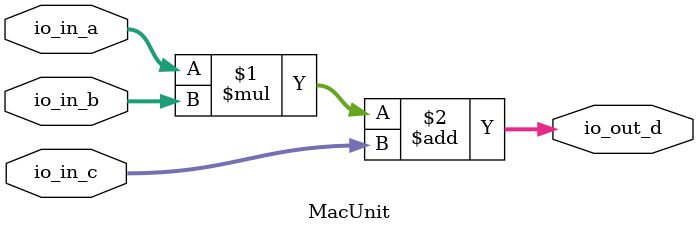
<source format=sv>
module MacUnit(	// @[generators/gemmini/src/main/scala/gemmini/PE.scala:14:7]
  input  [31:0] io_in_a,	// @[generators/gemmini/src/main/scala/gemmini/PE.scala:16:14]
  input  [31:0] io_in_b,	// @[generators/gemmini/src/main/scala/gemmini/PE.scala:16:14]
  input  [31:0] io_in_c,	// @[generators/gemmini/src/main/scala/gemmini/PE.scala:16:14]
  output [31:0] io_out_d	// @[generators/gemmini/src/main/scala/gemmini/PE.scala:16:14]
);

  assign io_out_d = io_in_a * io_in_b + io_in_c;	// @[generators/gemmini/src/main/scala/gemmini/Arithmetic.scala:93:{49,54}, generators/gemmini/src/main/scala/gemmini/PE.scala:14:7]
endmodule


</source>
